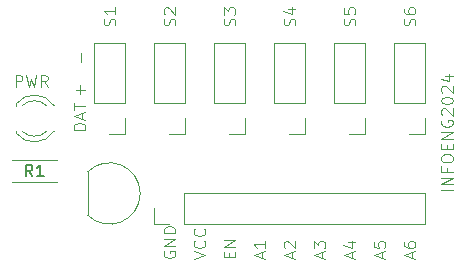
<source format=gbr>
%TF.GenerationSoftware,KiCad,Pcbnew,7.0.11*%
%TF.CreationDate,2024-03-05T22:51:16-06:00*%
%TF.ProjectId,moistureSensorShield,6d6f6973-7475-4726-9553-656e736f7253,0*%
%TF.SameCoordinates,Original*%
%TF.FileFunction,Legend,Top*%
%TF.FilePolarity,Positive*%
%FSLAX46Y46*%
G04 Gerber Fmt 4.6, Leading zero omitted, Abs format (unit mm)*
G04 Created by KiCad (PCBNEW 7.0.11) date 2024-03-05 22:51:16*
%MOMM*%
%LPD*%
G01*
G04 APERTURE LIST*
%ADD10C,0.100000*%
%ADD11C,0.150000*%
%ADD12C,0.120000*%
G04 APERTURE END LIST*
D10*
X178021704Y-100708734D02*
X178021704Y-100232544D01*
X178307419Y-100803972D02*
X177307419Y-100470639D01*
X177307419Y-100470639D02*
X178307419Y-100137306D01*
X177402657Y-99851591D02*
X177355038Y-99803972D01*
X177355038Y-99803972D02*
X177307419Y-99708734D01*
X177307419Y-99708734D02*
X177307419Y-99470639D01*
X177307419Y-99470639D02*
X177355038Y-99375401D01*
X177355038Y-99375401D02*
X177402657Y-99327782D01*
X177402657Y-99327782D02*
X177497895Y-99280163D01*
X177497895Y-99280163D02*
X177593133Y-99280163D01*
X177593133Y-99280163D02*
X177735990Y-99327782D01*
X177735990Y-99327782D02*
X178307419Y-99899210D01*
X178307419Y-99899210D02*
X178307419Y-99280163D01*
X178259800Y-81023734D02*
X178307419Y-80880877D01*
X178307419Y-80880877D02*
X178307419Y-80642782D01*
X178307419Y-80642782D02*
X178259800Y-80547544D01*
X178259800Y-80547544D02*
X178212180Y-80499925D01*
X178212180Y-80499925D02*
X178116942Y-80452306D01*
X178116942Y-80452306D02*
X178021704Y-80452306D01*
X178021704Y-80452306D02*
X177926466Y-80499925D01*
X177926466Y-80499925D02*
X177878847Y-80547544D01*
X177878847Y-80547544D02*
X177831228Y-80642782D01*
X177831228Y-80642782D02*
X177783609Y-80833258D01*
X177783609Y-80833258D02*
X177735990Y-80928496D01*
X177735990Y-80928496D02*
X177688371Y-80976115D01*
X177688371Y-80976115D02*
X177593133Y-81023734D01*
X177593133Y-81023734D02*
X177497895Y-81023734D01*
X177497895Y-81023734D02*
X177402657Y-80976115D01*
X177402657Y-80976115D02*
X177355038Y-80928496D01*
X177355038Y-80928496D02*
X177307419Y-80833258D01*
X177307419Y-80833258D02*
X177307419Y-80595163D01*
X177307419Y-80595163D02*
X177355038Y-80452306D01*
X177640752Y-79595163D02*
X178307419Y-79595163D01*
X177259800Y-79833258D02*
X177974085Y-80071353D01*
X177974085Y-80071353D02*
X177974085Y-79452306D01*
X173179800Y-81023734D02*
X173227419Y-80880877D01*
X173227419Y-80880877D02*
X173227419Y-80642782D01*
X173227419Y-80642782D02*
X173179800Y-80547544D01*
X173179800Y-80547544D02*
X173132180Y-80499925D01*
X173132180Y-80499925D02*
X173036942Y-80452306D01*
X173036942Y-80452306D02*
X172941704Y-80452306D01*
X172941704Y-80452306D02*
X172846466Y-80499925D01*
X172846466Y-80499925D02*
X172798847Y-80547544D01*
X172798847Y-80547544D02*
X172751228Y-80642782D01*
X172751228Y-80642782D02*
X172703609Y-80833258D01*
X172703609Y-80833258D02*
X172655990Y-80928496D01*
X172655990Y-80928496D02*
X172608371Y-80976115D01*
X172608371Y-80976115D02*
X172513133Y-81023734D01*
X172513133Y-81023734D02*
X172417895Y-81023734D01*
X172417895Y-81023734D02*
X172322657Y-80976115D01*
X172322657Y-80976115D02*
X172275038Y-80928496D01*
X172275038Y-80928496D02*
X172227419Y-80833258D01*
X172227419Y-80833258D02*
X172227419Y-80595163D01*
X172227419Y-80595163D02*
X172275038Y-80452306D01*
X172227419Y-80118972D02*
X172227419Y-79499925D01*
X172227419Y-79499925D02*
X172608371Y-79833258D01*
X172608371Y-79833258D02*
X172608371Y-79690401D01*
X172608371Y-79690401D02*
X172655990Y-79595163D01*
X172655990Y-79595163D02*
X172703609Y-79547544D01*
X172703609Y-79547544D02*
X172798847Y-79499925D01*
X172798847Y-79499925D02*
X173036942Y-79499925D01*
X173036942Y-79499925D02*
X173132180Y-79547544D01*
X173132180Y-79547544D02*
X173179800Y-79595163D01*
X173179800Y-79595163D02*
X173227419Y-79690401D01*
X173227419Y-79690401D02*
X173227419Y-79976115D01*
X173227419Y-79976115D02*
X173179800Y-80071353D01*
X173179800Y-80071353D02*
X173132180Y-80118972D01*
X167195038Y-100137306D02*
X167147419Y-100232544D01*
X167147419Y-100232544D02*
X167147419Y-100375401D01*
X167147419Y-100375401D02*
X167195038Y-100518258D01*
X167195038Y-100518258D02*
X167290276Y-100613496D01*
X167290276Y-100613496D02*
X167385514Y-100661115D01*
X167385514Y-100661115D02*
X167575990Y-100708734D01*
X167575990Y-100708734D02*
X167718847Y-100708734D01*
X167718847Y-100708734D02*
X167909323Y-100661115D01*
X167909323Y-100661115D02*
X168004561Y-100613496D01*
X168004561Y-100613496D02*
X168099800Y-100518258D01*
X168099800Y-100518258D02*
X168147419Y-100375401D01*
X168147419Y-100375401D02*
X168147419Y-100280163D01*
X168147419Y-100280163D02*
X168099800Y-100137306D01*
X168099800Y-100137306D02*
X168052180Y-100089687D01*
X168052180Y-100089687D02*
X167718847Y-100089687D01*
X167718847Y-100089687D02*
X167718847Y-100280163D01*
X168147419Y-99661115D02*
X167147419Y-99661115D01*
X167147419Y-99661115D02*
X168147419Y-99089687D01*
X168147419Y-99089687D02*
X167147419Y-99089687D01*
X168147419Y-98613496D02*
X167147419Y-98613496D01*
X167147419Y-98613496D02*
X167147419Y-98375401D01*
X167147419Y-98375401D02*
X167195038Y-98232544D01*
X167195038Y-98232544D02*
X167290276Y-98137306D01*
X167290276Y-98137306D02*
X167385514Y-98089687D01*
X167385514Y-98089687D02*
X167575990Y-98042068D01*
X167575990Y-98042068D02*
X167718847Y-98042068D01*
X167718847Y-98042068D02*
X167909323Y-98089687D01*
X167909323Y-98089687D02*
X168004561Y-98137306D01*
X168004561Y-98137306D02*
X168099800Y-98232544D01*
X168099800Y-98232544D02*
X168147419Y-98375401D01*
X168147419Y-98375401D02*
X168147419Y-98613496D01*
X180561704Y-100708734D02*
X180561704Y-100232544D01*
X180847419Y-100803972D02*
X179847419Y-100470639D01*
X179847419Y-100470639D02*
X180847419Y-100137306D01*
X179847419Y-99899210D02*
X179847419Y-99280163D01*
X179847419Y-99280163D02*
X180228371Y-99613496D01*
X180228371Y-99613496D02*
X180228371Y-99470639D01*
X180228371Y-99470639D02*
X180275990Y-99375401D01*
X180275990Y-99375401D02*
X180323609Y-99327782D01*
X180323609Y-99327782D02*
X180418847Y-99280163D01*
X180418847Y-99280163D02*
X180656942Y-99280163D01*
X180656942Y-99280163D02*
X180752180Y-99327782D01*
X180752180Y-99327782D02*
X180799800Y-99375401D01*
X180799800Y-99375401D02*
X180847419Y-99470639D01*
X180847419Y-99470639D02*
X180847419Y-99756353D01*
X180847419Y-99756353D02*
X180799800Y-99851591D01*
X180799800Y-99851591D02*
X180752180Y-99899210D01*
X172703609Y-100661115D02*
X172703609Y-100327782D01*
X173227419Y-100184925D02*
X173227419Y-100661115D01*
X173227419Y-100661115D02*
X172227419Y-100661115D01*
X172227419Y-100661115D02*
X172227419Y-100184925D01*
X173227419Y-99756353D02*
X172227419Y-99756353D01*
X172227419Y-99756353D02*
X173227419Y-99184925D01*
X173227419Y-99184925D02*
X172227419Y-99184925D01*
X168099800Y-81023734D02*
X168147419Y-80880877D01*
X168147419Y-80880877D02*
X168147419Y-80642782D01*
X168147419Y-80642782D02*
X168099800Y-80547544D01*
X168099800Y-80547544D02*
X168052180Y-80499925D01*
X168052180Y-80499925D02*
X167956942Y-80452306D01*
X167956942Y-80452306D02*
X167861704Y-80452306D01*
X167861704Y-80452306D02*
X167766466Y-80499925D01*
X167766466Y-80499925D02*
X167718847Y-80547544D01*
X167718847Y-80547544D02*
X167671228Y-80642782D01*
X167671228Y-80642782D02*
X167623609Y-80833258D01*
X167623609Y-80833258D02*
X167575990Y-80928496D01*
X167575990Y-80928496D02*
X167528371Y-80976115D01*
X167528371Y-80976115D02*
X167433133Y-81023734D01*
X167433133Y-81023734D02*
X167337895Y-81023734D01*
X167337895Y-81023734D02*
X167242657Y-80976115D01*
X167242657Y-80976115D02*
X167195038Y-80928496D01*
X167195038Y-80928496D02*
X167147419Y-80833258D01*
X167147419Y-80833258D02*
X167147419Y-80595163D01*
X167147419Y-80595163D02*
X167195038Y-80452306D01*
X167242657Y-80071353D02*
X167195038Y-80023734D01*
X167195038Y-80023734D02*
X167147419Y-79928496D01*
X167147419Y-79928496D02*
X167147419Y-79690401D01*
X167147419Y-79690401D02*
X167195038Y-79595163D01*
X167195038Y-79595163D02*
X167242657Y-79547544D01*
X167242657Y-79547544D02*
X167337895Y-79499925D01*
X167337895Y-79499925D02*
X167433133Y-79499925D01*
X167433133Y-79499925D02*
X167575990Y-79547544D01*
X167575990Y-79547544D02*
X168147419Y-80118972D01*
X168147419Y-80118972D02*
X168147419Y-79499925D01*
X185641704Y-100708734D02*
X185641704Y-100232544D01*
X185927419Y-100803972D02*
X184927419Y-100470639D01*
X184927419Y-100470639D02*
X185927419Y-100137306D01*
X184927419Y-99327782D02*
X184927419Y-99803972D01*
X184927419Y-99803972D02*
X185403609Y-99851591D01*
X185403609Y-99851591D02*
X185355990Y-99803972D01*
X185355990Y-99803972D02*
X185308371Y-99708734D01*
X185308371Y-99708734D02*
X185308371Y-99470639D01*
X185308371Y-99470639D02*
X185355990Y-99375401D01*
X185355990Y-99375401D02*
X185403609Y-99327782D01*
X185403609Y-99327782D02*
X185498847Y-99280163D01*
X185498847Y-99280163D02*
X185736942Y-99280163D01*
X185736942Y-99280163D02*
X185832180Y-99327782D01*
X185832180Y-99327782D02*
X185879800Y-99375401D01*
X185879800Y-99375401D02*
X185927419Y-99470639D01*
X185927419Y-99470639D02*
X185927419Y-99708734D01*
X185927419Y-99708734D02*
X185879800Y-99803972D01*
X185879800Y-99803972D02*
X185832180Y-99851591D01*
X160146466Y-84151115D02*
X160146466Y-83389211D01*
X188419800Y-81023734D02*
X188467419Y-80880877D01*
X188467419Y-80880877D02*
X188467419Y-80642782D01*
X188467419Y-80642782D02*
X188419800Y-80547544D01*
X188419800Y-80547544D02*
X188372180Y-80499925D01*
X188372180Y-80499925D02*
X188276942Y-80452306D01*
X188276942Y-80452306D02*
X188181704Y-80452306D01*
X188181704Y-80452306D02*
X188086466Y-80499925D01*
X188086466Y-80499925D02*
X188038847Y-80547544D01*
X188038847Y-80547544D02*
X187991228Y-80642782D01*
X187991228Y-80642782D02*
X187943609Y-80833258D01*
X187943609Y-80833258D02*
X187895990Y-80928496D01*
X187895990Y-80928496D02*
X187848371Y-80976115D01*
X187848371Y-80976115D02*
X187753133Y-81023734D01*
X187753133Y-81023734D02*
X187657895Y-81023734D01*
X187657895Y-81023734D02*
X187562657Y-80976115D01*
X187562657Y-80976115D02*
X187515038Y-80928496D01*
X187515038Y-80928496D02*
X187467419Y-80833258D01*
X187467419Y-80833258D02*
X187467419Y-80595163D01*
X187467419Y-80595163D02*
X187515038Y-80452306D01*
X187467419Y-79595163D02*
X187467419Y-79785639D01*
X187467419Y-79785639D02*
X187515038Y-79880877D01*
X187515038Y-79880877D02*
X187562657Y-79928496D01*
X187562657Y-79928496D02*
X187705514Y-80023734D01*
X187705514Y-80023734D02*
X187895990Y-80071353D01*
X187895990Y-80071353D02*
X188276942Y-80071353D01*
X188276942Y-80071353D02*
X188372180Y-80023734D01*
X188372180Y-80023734D02*
X188419800Y-79976115D01*
X188419800Y-79976115D02*
X188467419Y-79880877D01*
X188467419Y-79880877D02*
X188467419Y-79690401D01*
X188467419Y-79690401D02*
X188419800Y-79595163D01*
X188419800Y-79595163D02*
X188372180Y-79547544D01*
X188372180Y-79547544D02*
X188276942Y-79499925D01*
X188276942Y-79499925D02*
X188038847Y-79499925D01*
X188038847Y-79499925D02*
X187943609Y-79547544D01*
X187943609Y-79547544D02*
X187895990Y-79595163D01*
X187895990Y-79595163D02*
X187848371Y-79690401D01*
X187848371Y-79690401D02*
X187848371Y-79880877D01*
X187848371Y-79880877D02*
X187895990Y-79976115D01*
X187895990Y-79976115D02*
X187943609Y-80023734D01*
X187943609Y-80023734D02*
X188038847Y-80071353D01*
X154608884Y-86232419D02*
X154608884Y-85232419D01*
X154608884Y-85232419D02*
X154989836Y-85232419D01*
X154989836Y-85232419D02*
X155085074Y-85280038D01*
X155085074Y-85280038D02*
X155132693Y-85327657D01*
X155132693Y-85327657D02*
X155180312Y-85422895D01*
X155180312Y-85422895D02*
X155180312Y-85565752D01*
X155180312Y-85565752D02*
X155132693Y-85660990D01*
X155132693Y-85660990D02*
X155085074Y-85708609D01*
X155085074Y-85708609D02*
X154989836Y-85756228D01*
X154989836Y-85756228D02*
X154608884Y-85756228D01*
X155513646Y-85232419D02*
X155751741Y-86232419D01*
X155751741Y-86232419D02*
X155942217Y-85518133D01*
X155942217Y-85518133D02*
X156132693Y-86232419D01*
X156132693Y-86232419D02*
X156370789Y-85232419D01*
X157323169Y-86232419D02*
X156989836Y-85756228D01*
X156751741Y-86232419D02*
X156751741Y-85232419D01*
X156751741Y-85232419D02*
X157132693Y-85232419D01*
X157132693Y-85232419D02*
X157227931Y-85280038D01*
X157227931Y-85280038D02*
X157275550Y-85327657D01*
X157275550Y-85327657D02*
X157323169Y-85422895D01*
X157323169Y-85422895D02*
X157323169Y-85565752D01*
X157323169Y-85565752D02*
X157275550Y-85660990D01*
X157275550Y-85660990D02*
X157227931Y-85708609D01*
X157227931Y-85708609D02*
X157132693Y-85756228D01*
X157132693Y-85756228D02*
X156751741Y-85756228D01*
X159688884Y-86486466D02*
X160450789Y-86486466D01*
X160069836Y-86867419D02*
X160069836Y-86105514D01*
X175481704Y-100708734D02*
X175481704Y-100232544D01*
X175767419Y-100803972D02*
X174767419Y-100470639D01*
X174767419Y-100470639D02*
X175767419Y-100137306D01*
X175767419Y-99280163D02*
X175767419Y-99851591D01*
X175767419Y-99565877D02*
X174767419Y-99565877D01*
X174767419Y-99565877D02*
X174910276Y-99661115D01*
X174910276Y-99661115D02*
X175005514Y-99756353D01*
X175005514Y-99756353D02*
X175053133Y-99851591D01*
X188181704Y-100708734D02*
X188181704Y-100232544D01*
X188467419Y-100803972D02*
X187467419Y-100470639D01*
X187467419Y-100470639D02*
X188467419Y-100137306D01*
X187467419Y-99375401D02*
X187467419Y-99565877D01*
X187467419Y-99565877D02*
X187515038Y-99661115D01*
X187515038Y-99661115D02*
X187562657Y-99708734D01*
X187562657Y-99708734D02*
X187705514Y-99803972D01*
X187705514Y-99803972D02*
X187895990Y-99851591D01*
X187895990Y-99851591D02*
X188276942Y-99851591D01*
X188276942Y-99851591D02*
X188372180Y-99803972D01*
X188372180Y-99803972D02*
X188419800Y-99756353D01*
X188419800Y-99756353D02*
X188467419Y-99661115D01*
X188467419Y-99661115D02*
X188467419Y-99470639D01*
X188467419Y-99470639D02*
X188419800Y-99375401D01*
X188419800Y-99375401D02*
X188372180Y-99327782D01*
X188372180Y-99327782D02*
X188276942Y-99280163D01*
X188276942Y-99280163D02*
X188038847Y-99280163D01*
X188038847Y-99280163D02*
X187943609Y-99327782D01*
X187943609Y-99327782D02*
X187895990Y-99375401D01*
X187895990Y-99375401D02*
X187848371Y-99470639D01*
X187848371Y-99470639D02*
X187848371Y-99661115D01*
X187848371Y-99661115D02*
X187895990Y-99756353D01*
X187895990Y-99756353D02*
X187943609Y-99803972D01*
X187943609Y-99803972D02*
X188038847Y-99851591D01*
X169687419Y-100803972D02*
X170687419Y-100470639D01*
X170687419Y-100470639D02*
X169687419Y-100137306D01*
X170592180Y-99232544D02*
X170639800Y-99280163D01*
X170639800Y-99280163D02*
X170687419Y-99423020D01*
X170687419Y-99423020D02*
X170687419Y-99518258D01*
X170687419Y-99518258D02*
X170639800Y-99661115D01*
X170639800Y-99661115D02*
X170544561Y-99756353D01*
X170544561Y-99756353D02*
X170449323Y-99803972D01*
X170449323Y-99803972D02*
X170258847Y-99851591D01*
X170258847Y-99851591D02*
X170115990Y-99851591D01*
X170115990Y-99851591D02*
X169925514Y-99803972D01*
X169925514Y-99803972D02*
X169830276Y-99756353D01*
X169830276Y-99756353D02*
X169735038Y-99661115D01*
X169735038Y-99661115D02*
X169687419Y-99518258D01*
X169687419Y-99518258D02*
X169687419Y-99423020D01*
X169687419Y-99423020D02*
X169735038Y-99280163D01*
X169735038Y-99280163D02*
X169782657Y-99232544D01*
X170592180Y-98232544D02*
X170639800Y-98280163D01*
X170639800Y-98280163D02*
X170687419Y-98423020D01*
X170687419Y-98423020D02*
X170687419Y-98518258D01*
X170687419Y-98518258D02*
X170639800Y-98661115D01*
X170639800Y-98661115D02*
X170544561Y-98756353D01*
X170544561Y-98756353D02*
X170449323Y-98803972D01*
X170449323Y-98803972D02*
X170258847Y-98851591D01*
X170258847Y-98851591D02*
X170115990Y-98851591D01*
X170115990Y-98851591D02*
X169925514Y-98803972D01*
X169925514Y-98803972D02*
X169830276Y-98756353D01*
X169830276Y-98756353D02*
X169735038Y-98661115D01*
X169735038Y-98661115D02*
X169687419Y-98518258D01*
X169687419Y-98518258D02*
X169687419Y-98423020D01*
X169687419Y-98423020D02*
X169735038Y-98280163D01*
X169735038Y-98280163D02*
X169782657Y-98232544D01*
X160527419Y-89866115D02*
X159527419Y-89866115D01*
X159527419Y-89866115D02*
X159527419Y-89628020D01*
X159527419Y-89628020D02*
X159575038Y-89485163D01*
X159575038Y-89485163D02*
X159670276Y-89389925D01*
X159670276Y-89389925D02*
X159765514Y-89342306D01*
X159765514Y-89342306D02*
X159955990Y-89294687D01*
X159955990Y-89294687D02*
X160098847Y-89294687D01*
X160098847Y-89294687D02*
X160289323Y-89342306D01*
X160289323Y-89342306D02*
X160384561Y-89389925D01*
X160384561Y-89389925D02*
X160479800Y-89485163D01*
X160479800Y-89485163D02*
X160527419Y-89628020D01*
X160527419Y-89628020D02*
X160527419Y-89866115D01*
X160241704Y-88913734D02*
X160241704Y-88437544D01*
X160527419Y-89008972D02*
X159527419Y-88675639D01*
X159527419Y-88675639D02*
X160527419Y-88342306D01*
X159527419Y-88151829D02*
X159527419Y-87580401D01*
X160527419Y-87866115D02*
X159527419Y-87866115D01*
X183339800Y-81023734D02*
X183387419Y-80880877D01*
X183387419Y-80880877D02*
X183387419Y-80642782D01*
X183387419Y-80642782D02*
X183339800Y-80547544D01*
X183339800Y-80547544D02*
X183292180Y-80499925D01*
X183292180Y-80499925D02*
X183196942Y-80452306D01*
X183196942Y-80452306D02*
X183101704Y-80452306D01*
X183101704Y-80452306D02*
X183006466Y-80499925D01*
X183006466Y-80499925D02*
X182958847Y-80547544D01*
X182958847Y-80547544D02*
X182911228Y-80642782D01*
X182911228Y-80642782D02*
X182863609Y-80833258D01*
X182863609Y-80833258D02*
X182815990Y-80928496D01*
X182815990Y-80928496D02*
X182768371Y-80976115D01*
X182768371Y-80976115D02*
X182673133Y-81023734D01*
X182673133Y-81023734D02*
X182577895Y-81023734D01*
X182577895Y-81023734D02*
X182482657Y-80976115D01*
X182482657Y-80976115D02*
X182435038Y-80928496D01*
X182435038Y-80928496D02*
X182387419Y-80833258D01*
X182387419Y-80833258D02*
X182387419Y-80595163D01*
X182387419Y-80595163D02*
X182435038Y-80452306D01*
X182387419Y-79547544D02*
X182387419Y-80023734D01*
X182387419Y-80023734D02*
X182863609Y-80071353D01*
X182863609Y-80071353D02*
X182815990Y-80023734D01*
X182815990Y-80023734D02*
X182768371Y-79928496D01*
X182768371Y-79928496D02*
X182768371Y-79690401D01*
X182768371Y-79690401D02*
X182815990Y-79595163D01*
X182815990Y-79595163D02*
X182863609Y-79547544D01*
X182863609Y-79547544D02*
X182958847Y-79499925D01*
X182958847Y-79499925D02*
X183196942Y-79499925D01*
X183196942Y-79499925D02*
X183292180Y-79547544D01*
X183292180Y-79547544D02*
X183339800Y-79595163D01*
X183339800Y-79595163D02*
X183387419Y-79690401D01*
X183387419Y-79690401D02*
X183387419Y-79928496D01*
X183387419Y-79928496D02*
X183339800Y-80023734D01*
X183339800Y-80023734D02*
X183292180Y-80071353D01*
X163019800Y-81023734D02*
X163067419Y-80880877D01*
X163067419Y-80880877D02*
X163067419Y-80642782D01*
X163067419Y-80642782D02*
X163019800Y-80547544D01*
X163019800Y-80547544D02*
X162972180Y-80499925D01*
X162972180Y-80499925D02*
X162876942Y-80452306D01*
X162876942Y-80452306D02*
X162781704Y-80452306D01*
X162781704Y-80452306D02*
X162686466Y-80499925D01*
X162686466Y-80499925D02*
X162638847Y-80547544D01*
X162638847Y-80547544D02*
X162591228Y-80642782D01*
X162591228Y-80642782D02*
X162543609Y-80833258D01*
X162543609Y-80833258D02*
X162495990Y-80928496D01*
X162495990Y-80928496D02*
X162448371Y-80976115D01*
X162448371Y-80976115D02*
X162353133Y-81023734D01*
X162353133Y-81023734D02*
X162257895Y-81023734D01*
X162257895Y-81023734D02*
X162162657Y-80976115D01*
X162162657Y-80976115D02*
X162115038Y-80928496D01*
X162115038Y-80928496D02*
X162067419Y-80833258D01*
X162067419Y-80833258D02*
X162067419Y-80595163D01*
X162067419Y-80595163D02*
X162115038Y-80452306D01*
X163067419Y-79499925D02*
X163067419Y-80071353D01*
X163067419Y-79785639D02*
X162067419Y-79785639D01*
X162067419Y-79785639D02*
X162210276Y-79880877D01*
X162210276Y-79880877D02*
X162305514Y-79976115D01*
X162305514Y-79976115D02*
X162353133Y-80071353D01*
X183101704Y-100708734D02*
X183101704Y-100232544D01*
X183387419Y-100803972D02*
X182387419Y-100470639D01*
X182387419Y-100470639D02*
X183387419Y-100137306D01*
X182720752Y-99375401D02*
X183387419Y-99375401D01*
X182339800Y-99613496D02*
X183054085Y-99851591D01*
X183054085Y-99851591D02*
X183054085Y-99232544D01*
X191642419Y-94946115D02*
X190642419Y-94946115D01*
X191642419Y-94469925D02*
X190642419Y-94469925D01*
X190642419Y-94469925D02*
X191642419Y-93898497D01*
X191642419Y-93898497D02*
X190642419Y-93898497D01*
X191118609Y-93088973D02*
X191118609Y-93422306D01*
X191642419Y-93422306D02*
X190642419Y-93422306D01*
X190642419Y-93422306D02*
X190642419Y-92946116D01*
X190642419Y-92374687D02*
X190642419Y-92184211D01*
X190642419Y-92184211D02*
X190690038Y-92088973D01*
X190690038Y-92088973D02*
X190785276Y-91993735D01*
X190785276Y-91993735D02*
X190975752Y-91946116D01*
X190975752Y-91946116D02*
X191309085Y-91946116D01*
X191309085Y-91946116D02*
X191499561Y-91993735D01*
X191499561Y-91993735D02*
X191594800Y-92088973D01*
X191594800Y-92088973D02*
X191642419Y-92184211D01*
X191642419Y-92184211D02*
X191642419Y-92374687D01*
X191642419Y-92374687D02*
X191594800Y-92469925D01*
X191594800Y-92469925D02*
X191499561Y-92565163D01*
X191499561Y-92565163D02*
X191309085Y-92612782D01*
X191309085Y-92612782D02*
X190975752Y-92612782D01*
X190975752Y-92612782D02*
X190785276Y-92565163D01*
X190785276Y-92565163D02*
X190690038Y-92469925D01*
X190690038Y-92469925D02*
X190642419Y-92374687D01*
X191118609Y-91517544D02*
X191118609Y-91184211D01*
X191642419Y-91041354D02*
X191642419Y-91517544D01*
X191642419Y-91517544D02*
X190642419Y-91517544D01*
X190642419Y-91517544D02*
X190642419Y-91041354D01*
X191642419Y-90612782D02*
X190642419Y-90612782D01*
X190642419Y-90612782D02*
X191642419Y-90041354D01*
X191642419Y-90041354D02*
X190642419Y-90041354D01*
X190690038Y-89041354D02*
X190642419Y-89136592D01*
X190642419Y-89136592D02*
X190642419Y-89279449D01*
X190642419Y-89279449D02*
X190690038Y-89422306D01*
X190690038Y-89422306D02*
X190785276Y-89517544D01*
X190785276Y-89517544D02*
X190880514Y-89565163D01*
X190880514Y-89565163D02*
X191070990Y-89612782D01*
X191070990Y-89612782D02*
X191213847Y-89612782D01*
X191213847Y-89612782D02*
X191404323Y-89565163D01*
X191404323Y-89565163D02*
X191499561Y-89517544D01*
X191499561Y-89517544D02*
X191594800Y-89422306D01*
X191594800Y-89422306D02*
X191642419Y-89279449D01*
X191642419Y-89279449D02*
X191642419Y-89184211D01*
X191642419Y-89184211D02*
X191594800Y-89041354D01*
X191594800Y-89041354D02*
X191547180Y-88993735D01*
X191547180Y-88993735D02*
X191213847Y-88993735D01*
X191213847Y-88993735D02*
X191213847Y-89184211D01*
X190737657Y-88612782D02*
X190690038Y-88565163D01*
X190690038Y-88565163D02*
X190642419Y-88469925D01*
X190642419Y-88469925D02*
X190642419Y-88231830D01*
X190642419Y-88231830D02*
X190690038Y-88136592D01*
X190690038Y-88136592D02*
X190737657Y-88088973D01*
X190737657Y-88088973D02*
X190832895Y-88041354D01*
X190832895Y-88041354D02*
X190928133Y-88041354D01*
X190928133Y-88041354D02*
X191070990Y-88088973D01*
X191070990Y-88088973D02*
X191642419Y-88660401D01*
X191642419Y-88660401D02*
X191642419Y-88041354D01*
X190642419Y-87422306D02*
X190642419Y-87327068D01*
X190642419Y-87327068D02*
X190690038Y-87231830D01*
X190690038Y-87231830D02*
X190737657Y-87184211D01*
X190737657Y-87184211D02*
X190832895Y-87136592D01*
X190832895Y-87136592D02*
X191023371Y-87088973D01*
X191023371Y-87088973D02*
X191261466Y-87088973D01*
X191261466Y-87088973D02*
X191451942Y-87136592D01*
X191451942Y-87136592D02*
X191547180Y-87184211D01*
X191547180Y-87184211D02*
X191594800Y-87231830D01*
X191594800Y-87231830D02*
X191642419Y-87327068D01*
X191642419Y-87327068D02*
X191642419Y-87422306D01*
X191642419Y-87422306D02*
X191594800Y-87517544D01*
X191594800Y-87517544D02*
X191547180Y-87565163D01*
X191547180Y-87565163D02*
X191451942Y-87612782D01*
X191451942Y-87612782D02*
X191261466Y-87660401D01*
X191261466Y-87660401D02*
X191023371Y-87660401D01*
X191023371Y-87660401D02*
X190832895Y-87612782D01*
X190832895Y-87612782D02*
X190737657Y-87565163D01*
X190737657Y-87565163D02*
X190690038Y-87517544D01*
X190690038Y-87517544D02*
X190642419Y-87422306D01*
X190737657Y-86708020D02*
X190690038Y-86660401D01*
X190690038Y-86660401D02*
X190642419Y-86565163D01*
X190642419Y-86565163D02*
X190642419Y-86327068D01*
X190642419Y-86327068D02*
X190690038Y-86231830D01*
X190690038Y-86231830D02*
X190737657Y-86184211D01*
X190737657Y-86184211D02*
X190832895Y-86136592D01*
X190832895Y-86136592D02*
X190928133Y-86136592D01*
X190928133Y-86136592D02*
X191070990Y-86184211D01*
X191070990Y-86184211D02*
X191642419Y-86755639D01*
X191642419Y-86755639D02*
X191642419Y-86136592D01*
X190975752Y-85279449D02*
X191642419Y-85279449D01*
X190594800Y-85517544D02*
X191309085Y-85755639D01*
X191309085Y-85755639D02*
X191309085Y-85136592D01*
D11*
X156043333Y-93799819D02*
X155710000Y-93323628D01*
X155471905Y-93799819D02*
X155471905Y-92799819D01*
X155471905Y-92799819D02*
X155852857Y-92799819D01*
X155852857Y-92799819D02*
X155948095Y-92847438D01*
X155948095Y-92847438D02*
X155995714Y-92895057D01*
X155995714Y-92895057D02*
X156043333Y-92990295D01*
X156043333Y-92990295D02*
X156043333Y-93133152D01*
X156043333Y-93133152D02*
X155995714Y-93228390D01*
X155995714Y-93228390D02*
X155948095Y-93276009D01*
X155948095Y-93276009D02*
X155852857Y-93323628D01*
X155852857Y-93323628D02*
X155471905Y-93323628D01*
X156995714Y-93799819D02*
X156424286Y-93799819D01*
X156710000Y-93799819D02*
X156710000Y-92799819D01*
X156710000Y-92799819D02*
X156614762Y-92942676D01*
X156614762Y-92942676D02*
X156519524Y-93037914D01*
X156519524Y-93037914D02*
X156424286Y-93085533D01*
D12*
%TO.C,R1*%
X154290000Y-92425000D02*
X158130000Y-92425000D01*
X154290000Y-94265000D02*
X158130000Y-94265000D01*
%TO.C,D1*%
X154645000Y-87664000D02*
X154645000Y-87820000D01*
X154645000Y-89980000D02*
X154645000Y-90136000D01*
X157246129Y-87820164D02*
G75*
G03*
X155164040Y-87820001I-1041129J-1079836D01*
G01*
X154645001Y-90135515D02*
G75*
G03*
X157877334Y-89978608I1559999J1235515D01*
G01*
X155164040Y-89979999D02*
G75*
G03*
X157246129Y-89979836I1040960J1079999D01*
G01*
X157877334Y-87821392D02*
G75*
G03*
X154645001Y-87664485I-1672334J-1078608D01*
G01*
%TO.C,J7*%
X189290000Y-90230000D02*
X187960000Y-90230000D01*
X189290000Y-88900000D02*
X189290000Y-90230000D01*
X189290000Y-87630000D02*
X189290000Y-82490000D01*
X189290000Y-87630000D02*
X186630000Y-87630000D01*
X189290000Y-82490000D02*
X186630000Y-82490000D01*
X186630000Y-87630000D02*
X186630000Y-82490000D01*
%TO.C,J3*%
X168970000Y-90230000D02*
X167640000Y-90230000D01*
X168970000Y-88900000D02*
X168970000Y-90230000D01*
X168970000Y-87630000D02*
X168970000Y-82490000D01*
X168970000Y-87630000D02*
X166310000Y-87630000D01*
X168970000Y-82490000D02*
X166310000Y-82490000D01*
X166310000Y-87630000D02*
X166310000Y-82490000D01*
%TO.C,Q1*%
X160710000Y-93450000D02*
X160710000Y-97050000D01*
X165160000Y-95250000D02*
G75*
G03*
X160721522Y-93411522I-2600000J0D01*
G01*
X160721522Y-97088478D02*
G75*
G03*
X165160000Y-95250000I1838478J1838478D01*
G01*
%TO.C,J2*%
X163890000Y-90230000D02*
X162560000Y-90230000D01*
X163890000Y-88900000D02*
X163890000Y-90230000D01*
X163890000Y-87630000D02*
X163890000Y-82490000D01*
X163890000Y-87630000D02*
X161230000Y-87630000D01*
X163890000Y-82490000D02*
X161230000Y-82490000D01*
X161230000Y-87630000D02*
X161230000Y-82490000D01*
%TO.C,J5*%
X179130000Y-90230000D02*
X177800000Y-90230000D01*
X179130000Y-88900000D02*
X179130000Y-90230000D01*
X179130000Y-87630000D02*
X179130000Y-82490000D01*
X179130000Y-87630000D02*
X176470000Y-87630000D01*
X179130000Y-82490000D02*
X176470000Y-82490000D01*
X176470000Y-87630000D02*
X176470000Y-82490000D01*
%TO.C,J1*%
X166310000Y-97850000D02*
X166310000Y-96520000D01*
X167640000Y-97850000D02*
X166310000Y-97850000D01*
X168910000Y-97850000D02*
X189290000Y-97850000D01*
X168910000Y-97850000D02*
X168910000Y-95190000D01*
X189290000Y-97850000D02*
X189290000Y-95190000D01*
X168910000Y-95190000D02*
X189290000Y-95190000D01*
%TO.C,J6*%
X184210000Y-90230000D02*
X182880000Y-90230000D01*
X184210000Y-88900000D02*
X184210000Y-90230000D01*
X184210000Y-87630000D02*
X184210000Y-82490000D01*
X184210000Y-87630000D02*
X181550000Y-87630000D01*
X184210000Y-82490000D02*
X181550000Y-82490000D01*
X181550000Y-87630000D02*
X181550000Y-82490000D01*
%TO.C,J4*%
X174050000Y-90230000D02*
X172720000Y-90230000D01*
X174050000Y-88900000D02*
X174050000Y-90230000D01*
X174050000Y-87630000D02*
X174050000Y-82490000D01*
X174050000Y-87630000D02*
X171390000Y-87630000D01*
X174050000Y-82490000D02*
X171390000Y-82490000D01*
X171390000Y-87630000D02*
X171390000Y-82490000D01*
%TD*%
M02*

</source>
